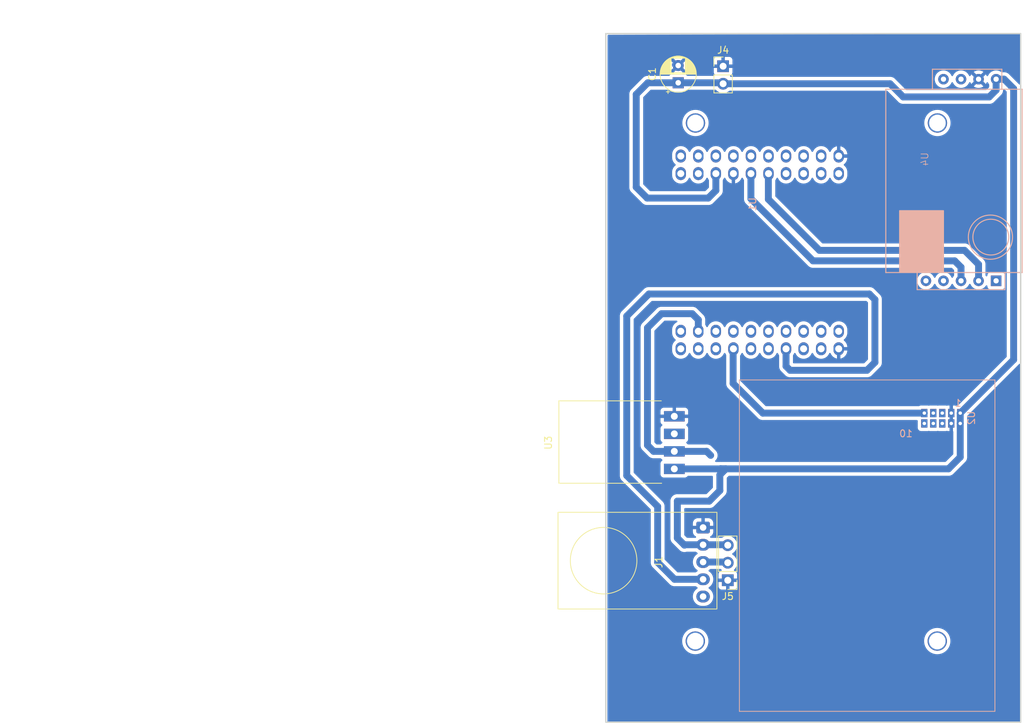
<source format=kicad_pcb>
(kicad_pcb (version 20221018) (generator pcbnew)
  (layers (0 "F.Cu" signal) (31 "B.Cu" signal) (34 "B.Paste" user) (35 "F.Paste" user) (36 "B.SilkS" user "B.Silkscreen") (37 "F.SilkS" user "F.Silkscreen") (38 "B.Mask" user) (39 "F.Mask" user) (44 "Edge.Cuts" user))
  (net 0 "")
  (net 1 "GND")
  (net 2 "VCC")
  (net 3 "/GAIN")
  (net 18 "/IO13")
  (net 21 "/IO17")
  (net 24 "/IO16")
  (net 42 "/IO14")
  (net 49 "/MIC")
  (footprint "OwnLib:mic_max9814" (layer "F.Cu") (at 117.475862 111.001681)
    (fp_text reference "J1" (at 1.2 -3 90 unlocked) (layer "F.SilkS"))
    (fp_text value "Mic_max9814_x05_Pin")
    (fp_rect (start 9.6 -10.2) (end -13.4 3.8) (stroke (width 0.12)) (fill none) (layer "F.SilkS"))
    (fp_circle (center -6.8 -3.2) (end -2 -2.8) (stroke (width 0.12)) (fill none) (layer "F.SilkS"))
    (pad "1" thru_hole roundrect (at 7.6 -8 270) (size 1.7 1.95) (drill 0.95) (layers "*.Cu" "*.Mask") (roundrect_rratio 0.1470588235) (net 1 "GND"))
    (pad "2" thru_hole oval (at 7.6 -5.5 270) (size 1.7 1.95) (drill 0.95) (layers "*.Cu" "*.Mask") (net 2 "VCC"))
    (pad "3" thru_hole oval (at 7.6 -3 270) (size 1.7 1.95) (drill 0.95) (layers "*.Cu" "*.Mask") (net 3 "/GAIN"))
    (pad "4" thru_hole oval (at 7.6 -0.5 270) (size 1.7 1.95) (drill 0.95) (layers "*.Cu" "*.Mask") (net 49 "/MIC"))
    (pad "5" thru_hole oval (at 7.6 2 270) (size 1.7 1.95) (drill 0.95) (layers "*.Cu" "*.Mask"))
  )
  (footprint "Capacitor_THT:CP_Radial_D5.0mm_P2.50mm" (layer "F.Cu") (at 121.475862 38.576681 90)
    (fp_text reference "C1" (at 1.25 -3.75 90) (layer "F.SilkS"))
    (fp_text value "C_Polarized_US" hide)
    (fp_line (start -1.554775 -1.475) (end -1.054775 -1.475) (stroke (width 0.12)) (layer "F.SilkS"))
    (fp_line (start -1.304775 -1.725) (end -1.304775 -1.225) (stroke (width 0.12)) (layer "F.SilkS"))
    (fp_line (start 1.25 -2.58) (end 1.25 2.58) (stroke (width 0.12)) (layer "F.SilkS"))
    (fp_line (start 1.29 -2.58) (end 1.29 2.58) (stroke (width 0.12)) (layer "F.SilkS"))
    (fp_line (start 1.33 -2.579) (end 1.33 2.579) (stroke (width 0.12)) (layer "F.SilkS"))
    (fp_line (start 1.37 -2.578) (end 1.37 2.578) (stroke (width 0.12)) (layer "F.SilkS"))
    (fp_line (start 1.41 -2.576) (end 1.41 2.576) (stroke (width 0.12)) (layer "F.SilkS"))
    (fp_line (start 1.45 -2.573) (end 1.45 2.573) (stroke (width 0.12)) (layer "F.SilkS"))
    (fp_line (start 1.49 -2.569) (end 1.49 -1.04) (stroke (width 0.12)) (layer "F.SilkS"))
    (fp_line (start 1.49 1.04) (end 1.49 2.569) (stroke (width 0.12)) (layer "F.SilkS"))
    (fp_line (start 1.53 -2.565) (end 1.53 -1.04) (stroke (width 0.12)) (layer "F.SilkS"))
    (fp_line (start 1.53 1.04) (end 1.53 2.565) (stroke (width 0.12)) (layer "F.SilkS"))
    (fp_line (start 1.57 -2.561) (end 1.57 -1.04) (stroke (width 0.12)) (layer "F.SilkS"))
    (fp_line (start 1.57 1.04) (end 1.57 2.561) (stroke (width 0.12)) (layer "F.SilkS"))
    (fp_line (start 1.61 -2.556) (end 1.61 -1.04) (stroke (width 0.12)) (layer "F.SilkS"))
    (fp_line (start 1.61 1.04) (end 1.61 2.556) (stroke (width 0.12)) (layer "F.SilkS"))
    (fp_line (start 1.65 -2.55) (end 1.65 -1.04) (stroke (width 0.12)) (layer "F.SilkS"))
    (fp_line (start 1.65 1.04) (end 1.65 2.55) (stroke (width 0.12)) (layer "F.SilkS"))
    (fp_line (start 1.69 -2.543) (end 1.69 -1.04) (stroke (width 0.12)) (layer "F.SilkS"))
    (fp_line (start 1.69 1.04) (end 1.69 2.543) (stroke (width 0.12)) (layer "F.SilkS"))
    (fp_line (start 1.73 -2.536) (end 1.73 -1.04) (stroke (width 0.12)) (layer "F.SilkS"))
    (fp_line (start 1.73 1.04) (end 1.73 2.536) (stroke (width 0.12)) (layer "F.SilkS"))
    (fp_line (start 1.77 -2.528) (end 1.77 -1.04) (stroke (width 0.12)) (layer "F.SilkS"))
    (fp_line (start 1.77 1.04) (end 1.77 2.528) (stroke (width 0.12)) (layer "F.SilkS"))
    (fp_line (start 1.81 -2.52) (end 1.81 -1.04) (stroke (width 0.12)) (layer "F.SilkS"))
    (fp_line (start 1.81 1.04) (end 1.81 2.52) (stroke (width 0.12)) (layer "F.SilkS"))
    (fp_line (start 1.85 -2.511) (end 1.85 -1.04) (stroke (width 0.12)) (layer "F.SilkS"))
    (fp_line (start 1.85 1.04) (end 1.85 2.511) (stroke (width 0.12)) (layer "F.SilkS"))
    (fp_line (start 1.89 -2.501) (end 1.89 -1.04) (stroke (width 0.12)) (layer "F.SilkS"))
    (fp_line (start 1.89 1.04) (end 1.89 2.501) (stroke (width 0.12)) (layer "F.SilkS"))
    (fp_line (start 1.93 -2.491) (end 1.93 -1.04) (stroke (width 0.12)) (layer "F.SilkS"))
    (fp_line (start 1.93 1.04) (end 1.93 2.491) (stroke (width 0.12)) (layer "F.SilkS"))
    (fp_line (start 1.971 -2.48) (end 1.971 -1.04) (stroke (width 0.12)) (layer "F.SilkS"))
    (fp_line (start 1.971 1.04) (end 1.971 2.48) (stroke (width 0.12)) (layer "F.SilkS"))
    (fp_line (start 2.011 -2.468) (end 2.011 -1.04) (stroke (width 0.12)) (layer "F.SilkS"))
    (fp_line (start 2.011 1.04) (end 2.011 2.468) (stroke (width 0.12)) (layer "F.SilkS"))
    (fp_line (start 2.051 -2.455) (end 2.051 -1.04) (stroke (width 0.12)) (layer "F.SilkS"))
    (fp_line (start 2.051 1.04) (end 2.051 2.455) (stroke (width 0.12)) (layer "F.SilkS"))
    (fp_line (start 2.091 -2.442) (end 2.091 -1.04) (stroke (width 0.12)) (layer "F.SilkS"))
    (fp_line (start 2.091 1.04) (end 2.091 2.442) (stroke (width 0.12)) (layer "F.SilkS"))
    (fp_line (start 2.131 -2.428) (end 2.131 -1.04) (stroke (width 0.12)) (layer "F.SilkS"))
    (fp_line (start 2.131 1.04) (end 2.131 2.428) (stroke (width 0.12)) (layer "F.SilkS"))
    (fp_line (start 2.171 -2.414) (end 2.171 -1.04) (stroke (width 0.12)) (layer "F.SilkS"))
    (fp_line (start 2.171 1.04) (end 2.171 2.414) (stroke (width 0.12)) (layer "F.SilkS"))
    (fp_line (start 2.211 -2.398) (end 2.211 -1.04) (stroke (width 0.12)) (layer "F.SilkS"))
    (fp_line (start 2.211 1.04) (end 2.211 2.398) (stroke (width 0.12)) (layer "F.SilkS"))
    (fp_line (start 2.251 -2.382) (end 2.251 -1.04) (stroke (width 0.12)) (layer "F.SilkS"))
    (fp_line (start 2.251 1.04) (end 2.251 2.382) (stroke (width 0.12)) (layer "F.SilkS"))
    (fp_line (start 2.291 -2.365) (end 2.291 -1.04) (stroke (width 0.12)) (layer "F.SilkS"))
    (fp_line (start 2.291 1.04) (end 2.291 2.365) (stroke (width 0.12)) (layer "F.SilkS"))
    (fp_line (start 2.331 -2.348) (end 2.331 -1.04) (stroke (width 0.12)) (layer "F.SilkS"))
    (fp_line (start 2.331 1.04) (end 2.331 2.348) (stroke (width 0.12)) (layer "F.SilkS"))
    (fp_line (start 2.371 -2.329) (end 2.371 -1.04) (stroke (width 0.12)) (layer "F.SilkS"))
    (fp_line (start 2.371 1.04) (end 2.371 2.329) (stroke (width 0.12)) (layer "F.SilkS"))
    (fp_line (start 2.411 -2.31) (end 2.411 -1.04) (stroke (width 0.12)) (layer "F.SilkS"))
    (fp_line (start 2.411 1.04) (end 2.411 2.31) (stroke (width 0.12)) (layer "F.SilkS"))
    (fp_line (start 2.451 -2.29) (end 2.451 -1.04) (stroke (width 0.12)) (layer "F.SilkS"))
    (fp_line (start 2.451 1.04) (end 2.451 2.29) (stroke (width 0.12)) (layer "F.SilkS"))
    (fp_line (start 2.491 -2.268) (end 2.491 -1.04) (stroke (width 0.12)) (layer "F.SilkS"))
    (fp_line (start 2.491 1.04) (end 2.491 2.268) (stroke (width 0.12)) (layer "F.SilkS"))
    (fp_line (start 2.531 -2.247) (end 2.531 -1.04) (stroke (width 0.12)) (layer "F.SilkS"))
    (fp_line (start 2.531 1.04) (end 2.531 2.247) (stroke (width 0.12)) (layer "F.SilkS"))
    (fp_line (start 2.571 -2.224) (end 2.571 -1.04) (stroke (width 0.12)) (layer "F.SilkS"))
    (fp_line (start 2.571 1.04) (end 2.571 2.224) (stroke (width 0.12)) (layer "F.SilkS"))
    (fp_line (start 2.611 -2.2) (end 2.611 -1.04) (stroke (width 0.12)) (layer "F.SilkS"))
    (fp_line (start 2.611 1.04) (end 2.611 2.2) (stroke (width 0.12)) (layer "F.SilkS"))
    (fp_line (start 2.651 -2.175) (end 2.651 -1.04) (stroke (width 0.12)) (layer "F.SilkS"))
    (fp_line (start 2.651 1.04) (end 2.651 2.175) (stroke (width 0.12)) (layer "F.SilkS"))
    (fp_line (start 2.691 -2.149) (end 2.691 -1.04) (stroke (width 0.12)) (layer "F.SilkS"))
    (fp_line (start 2.691 1.04) (end 2.691 2.149) (stroke (width 0.12)) (layer "F.SilkS"))
    (fp_line (start 2.731 -2.122) (end 2.731 -1.04) (stroke (width 0.12)) (layer "F.SilkS"))
    (fp_line (start 2.731 1.04) (end 2.731 2.122) (stroke (width 0.12)) (layer "F.SilkS"))
    (fp_line (start 2.771 -2.095) (end 2.771 -1.04) (stroke (width 0.12)) (layer "F.SilkS"))
    (fp_line (start 2.771 1.04) (end 2.771 2.095) (stroke (width 0.12)) (layer "F.SilkS"))
    (fp_line (start 2.811 -2.065) (end 2.811 -1.04) (stroke (width 0.12)) (layer "F.SilkS"))
    (fp_line (start 2.811 1.04) (end 2.811 2.065) (stroke (width 0.12)) (layer "F.SilkS"))
    (fp_line (start 2.851 -2.035) (end 2.851 -1.04) (stroke (width 0.12)) (layer "F.SilkS"))
    (fp_line (start 2.851 1.04) (end 2.851 2.035) (stroke (width 0.12)) (layer "F.SilkS"))
    (fp_line (start 2.891 -2.004) (end 2.891 -1.04) (stroke (width 0.12)) (layer "F.SilkS"))
    (fp_line (start 2.891 1.04) (end 2.891 2.004) (stroke (width 0.12)) (layer "F.SilkS"))
    (fp_line (start 2.931 -1.971) (end 2.931 -1.04) (stroke (width 0.12)) (layer "F.SilkS"))
    (fp_line (start 2.931 1.04) (end 2.931 1.971) (stroke (width 0.12)) (layer "F.SilkS"))
    (fp_line (start 2.971 -1.937) (end 2.971 -1.04) (stroke (width 0.12)) (layer "F.SilkS"))
    (fp_line (start 2.971 1.04) (end 2.971 1.937) (stroke (width 0.12)) (layer "F.SilkS"))
    (fp_line (start 3.011 -1.901) (end 3.011 -1.04) (stroke (width 0.12)) (layer "F.SilkS"))
    (fp_line (start 3.011 1.04) (end 3.011 1.901) (stroke (width 0.12)) (layer "F.SilkS"))
    (fp_line (start 3.051 -1.864) (end 3.051 -1.04) (stroke (width 0.12)) (layer "F.SilkS"))
    (fp_line (start 3.051 1.04) (end 3.051 1.864) (stroke (width 0.12)) (layer "F.SilkS"))
    (fp_line (start 3.091 -1.826) (end 3.091 -1.04) (stroke (width 0.12)) (layer "F.SilkS"))
    (fp_line (start 3.091 1.04) (end 3.091 1.826) (stroke (width 0.12)) (layer "F.SilkS"))
    (fp_line (start 3.131 -1.785) (end 3.131 -1.04) (stroke (width 0.12)) (layer "F.SilkS"))
    (fp_line (start 3.131 1.04) (end 3.131 1.785) (stroke (width 0.12)) (layer "F.SilkS"))
    (fp_line (start 3.171 -1.743) (end 3.171 -1.04) (stroke (width 0.12)) (layer "F.SilkS"))
    (fp_line (start 3.171 1.04) (end 3.171 1.743) (stroke (width 0.12)) (layer "F.SilkS"))
    (fp_line (start 3.211 -1.699) (end 3.211 -1.04) (stroke (width 0.12)) (layer "F.SilkS"))
    (fp_line (start 3.211 1.04) (end 3.211 1.699) (stroke (width 0.12)) (layer "F.SilkS"))
    (fp_line (start 3.251 -1.653) (end 3.251 -1.04) (stroke (width 0.12)) (layer "F.SilkS"))
    (fp_line (start 3.251 1.04) (end 3.251 1.653) (stroke (width 0.12)) (layer "F.SilkS"))
    (fp_line (start 3.291 -1.605) (end 3.291 -1.04) (stroke (width 0.12)) (layer "F.SilkS"))
    (fp_line (start 3.291 1.04) (end 3.291 1.605) (stroke (width 0.12)) (layer "F.SilkS"))
    (fp_line (start 3.331 -1.554) (end 3.331 -1.04) (stroke (width 0.12)) (layer "F.SilkS"))
    (fp_line (start 3.331 1.04) (end 3.331 1.554) (stroke (width 0.12)) (layer "F.SilkS"))
    (fp_line (start 3.371 -1.5) (end 3.371 -1.04) (stroke (width 0.12)) (layer "F.SilkS"))
    (fp_line (start 3.371 1.04) (end 3.371 1.5) (stroke (width 0.12)) (layer "F.SilkS"))
    (fp_line (start 3.411 -1.443) (end 3.411 -1.04) (stroke (width 0.12)) (layer "F.SilkS"))
    (fp_line (start 3.411 1.04) (end 3.411 1.443) (stroke (width 0.12)) (layer "F.SilkS"))
    (fp_line (start 3.451 -1.383) (end 3.451 -1.04) (stroke (width 0.12)) (layer "F.SilkS"))
    (fp_line (start 3.451 1.04) (end 3.451 1.383) (stroke (width 0.12)) (layer "F.SilkS"))
    (fp_line (start 3.491 -1.319) (end 3.491 -1.04) (stroke (width 0.12)) (layer "F.SilkS"))
    (fp_line (start 3.491 1.04) (end 3.491 1.319) (stroke (width 0.12)) (layer "F.SilkS"))
    (fp_line (start 3.531 -1.251) (end 3.531 -1.04) (stroke (width 0.12)) (layer "F.SilkS"))
    (fp_line (start 3.531 1.04) (end 3.531 1.251) (stroke (width 0.12)) (layer "F.SilkS"))
    (fp_line (start 3.571 -1.178) (end 3.571 1.178) (stroke (width 0.12)) (layer "F.SilkS"))
    (fp_line (start 3.611 -1.098) (end 3.611 1.098) (stroke (width 0.12)) (layer "F.SilkS"))
    (fp_line (start 3.651 -1.011) (end 3.651 1.011) (stroke (width 0.12)) (layer "F.SilkS"))
    (fp_line (start 3.691 -0.915) (end 3.691 0.915) (stroke (width 0.12)) (layer "F.SilkS"))
    (fp_line (start 3.731 -0.805) (end 3.731 0.805) (stroke (width 0.12)) (layer "F.SilkS"))
    (fp_line (start 3.771 -0.677) (end 3.771 0.677) (stroke (width 0.12)) (layer "F.SilkS"))
    (fp_line (start 3.811 -0.518) (end 3.811 0.518) (stroke (width 0.12)) (layer "F.SilkS"))
    (fp_line (start 3.851 -0.284) (end 3.851 0.284) (stroke (width 0.12)) (layer "F.SilkS"))
    (fp_circle (center 1.25 0) (end 3.87 0) (stroke (width 0.12)) (fill none) (layer "F.SilkS"))
    (pad "1" thru_hole rect (at 0 0 90) (size 1.6 1.6) (drill 0.8) (layers "*.Cu" "*.Mask") (net 2 "VCC"))
    (pad "2" thru_hole circle (at 2.5 0 90) (size 1.6 1.6) (drill 0.8) (layers "*.Cu" "*.Mask") (net 1 "GND"))
  )
  (footprint "OwnLib:DHT11_through_hole" (layer "F.Cu") (at 113.850862 90.851681 90)
    (fp_text reference "U3" (at 0.127 -11.176 90) (layer "F.SilkS"))
    (fp_text value "DHT11")
    (fp_line (start -5.7404 5.2324) (end -5.7404 -9.6012) (stroke (width 0.12)) (layer "F.SilkS"))
    (fp_line (start 6.1976 -9.652) (end -5.7404 -9.652) (stroke (width 0.12)) (layer "F.SilkS"))
    (fp_line (start 6.1976 5.1816) (end 6.1976 -9.652) (stroke (width 0.12)) (layer "F.SilkS"))
    (pad "1" thru_hole rect (at -3.6576 7.0612 270) (size 1.5 3) (drill 1) (layers "*.Cu" "*.Mask") (net 2 "VCC"))
    (pad "2" thru_hole rect (at -1.1176 7.0612 270) (size 1.5 3) (drill 1) (layers "*.Cu" "*.Mask") (net 18 "/IO13"))
    (pad "3" thru_hole rect (at 1.4224 7.0612 270) (size 1.5 3) (drill 1) (layers "*.Cu" "*.Mask"))
    (pad "4" thru_hole rect (at 3.9624 7.0612 270) (size 1.5 3) (drill 1) (layers "*.Cu" "*.Mask") (net 1 "GND"))
  )
  (footprint "Connector_PinHeader_2.54mm:PinHeader_1x03_P2.54mm_Vertical" (layer "F.Cu") (at 128.650862 110.641681 180)
    (fp_text reference "J5" (at 0 -2.33) (layer "F.SilkS"))
    (fp_text value "MicGain_Jumper")
    (fp_line (start -1.33 -1.33) (end 0 -1.33) (stroke (width 0.12)) (layer "F.SilkS"))
    (fp_line (start -1.33 0) (end -1.33 -1.33) (stroke (width 0.12)) (layer "F.SilkS"))
    (fp_line (start -1.33 1.27) (end -1.33 6.41) (stroke (width 0.12)) (layer "F.SilkS"))
    (fp_line (start -1.33 1.27) (end 1.33 1.27) (stroke (width 0.12)) (layer "F.SilkS"))
    (fp_line (start -1.33 6.41) (end 1.33 6.41) (stroke (width 0.12)) (layer "F.SilkS"))
    (fp_line (start 1.33 1.27) (end 1.33 6.41) (stroke (width 0.12)) (layer "F.SilkS"))
    (pad "1" thru_hole rect (at 0 0 180) (size 1.7 1.7) (drill 1) (layers "*.Cu" "*.Mask") (net 1 "GND"))
    (pad "2" thru_hole oval (at 0 2.54 180) (size 1.7 1.7) (drill 1) (layers "*.Cu" "*.Mask") (net 3 "/GAIN"))
    (pad "3" thru_hole oval (at 0 5.08 180) (size 1.7 1.7) (drill 1) (layers "*.Cu" "*.Mask") (net 2 "VCC"))
  )
  (footprint "Connector_PinHeader_2.54mm:PinHeader_1x02_P2.54mm_Vertical" (layer "F.Cu") (at 127.975862 36.176681)
    (fp_text reference "J4" (at 0 -2.33) (layer "F.SilkS"))
    (fp_text value "Power_input" hide)
    (fp_line (start -1.33 -1.33) (end 0 -1.33) (stroke (width 0.12)) (layer "F.SilkS"))
    (fp_line (start -1.33 0) (end -1.33 -1.33) (stroke (width 0.12)) (layer "F.SilkS"))
    (fp_line (start -1.33 1.27) (end -1.33 3.87) (stroke (width 0.12)) (layer "F.SilkS"))
    (fp_line (start -1.33 1.27) (end 1.33 1.27) (stroke (width 0.12)) (layer "F.SilkS"))
    (fp_line (start -1.33 3.87) (end 1.33 3.87) (stroke (width 0.12)) (layer "F.SilkS"))
    (fp_line (start 1.33 1.27) (end 1.33 3.87) (stroke (width 0.12)) (layer "F.SilkS"))
    (pad "1" thru_hole rect (at 0 0) (size 1.7 1.7) (drill 1) (layers "*.Cu" "*.Mask") (net 1 "GND"))
    (pad "2" thru_hole oval (at 0 2.54) (size 1.7 1.7) (drill 1) (layers "*.Cu" "*.Mask") (net 2 "VCC"))
  )
  (footprint "OwnLib:PMS7003" (layer "B.Cu") (at 159.379862 87.128281 180)
    (fp_text reference "U2" (at -4.54 0 90) (layer "B.SilkS") (effects (justify mirror)))
    (fp_text value "PMS7003")
    (fp_text user "1" (at -2.6162 2.1336) (layer "B.SilkS") (effects (justify mirror)))
    (fp_text user "10" (at 4.9403 -2.2733) (layer "B.SilkS") (effects (justify mirror)))
    (fp_line (start -7.94 -42.4848) (end -7.94 5.5085) (stroke (width 0.12)) (layer "B.SilkS"))
    (fp_line (start -7.9389 -42.5) (end 29.0484 -42.4975) (stroke (width 0.12)) (layer "B.SilkS"))
    (fp_line (start -7.9389 5.5025) (end 29.0562 5.5025) (stroke (width 0.12)) (layer "B.SilkS"))
    (fp_line (start 29.0484 -42.4975) (end 29.0484 5.5085) (stroke (width 0.12)) (layer "B.SilkS"))
    (pad "1" thru_hole rect (at -2.921 0.7016 180) (size 0.9 1.2) (drill 0.5) (layers "*.Cu" "*.Mask") (net 2 "VCC"))
    (pad "2" thru_hole rect (at -2.921 -0.7984 180) (size 0.9 1.2) (drill 0.5) (layers "*.Cu" "*.Mask") (net 2 "VCC"))
    (pad "3" thru_hole rect (at -1.621 0.7016 180) (size 0.9 1.2) (drill 0.5) (layers "*.Cu" "*.Mask") (net 1 "GND"))
    (pad "4" thru_hole rect (at -1.621 -0.7984 180) (size 0.9 1.2) (drill 0.5) (layers "*.Cu" "*.Mask") (net 1 "GND"))
    (pad "5" thru_hole rect (at -0.321 0.7016 180) (size 0.9 1.2) (drill 0.5) (layers "*.Cu" "*.Mask"))
    (pad "6" thru_hole rect (at -0.321 -0.7984 180) (size 0.9 1.2) (drill 0.5) (layers "*.Cu" "*.Mask"))
    (pad "7" thru_hole rect (at 0.979 0.7016 180) (size 0.9 1.2) (drill 0.5) (layers "*.Cu" "*.Mask"))
    (pad "8" thru_hole rect (at 0.979 -0.7984 180) (size 0.9 1.2) (drill 0.5) (layers "*.Cu" "*.Mask"))
    (pad "9" thru_hole rect (at 2.279 0.7016 180) (size 0.9 1.2) (drill 0.5) (layers "*.Cu" "*.Mask") (net 42 "/IO14"))
    (pad "10" thru_hole rect (at 2.279 -0.7984 180) (size 0.9 1.2) (drill 0.5) (layers "*.Cu" "*.Mask"))
  )
  (footprint "OwnLib:TTGO-32-MINI_NOBORDER" (layer "B.Cu") (at 124.220762 56.131281 90)
    (fp_text reference "U1" (at -0.0508 8.0264 90) (layer "B.SilkS") (effects (justify mirror)))
    (fp_text value "TTGO-32-MINI")
    (pad "1" thru_hole oval (at -20.9804 20.4851 180) (size 1.5 1.8796) (drill 1.016) (layers "*.Cu" "*.Mask") (net 1 "GND"))
    (pad "2" thru_hole oval (at -18.4404 20.4851 180) (size 1.5 1.8796) (drill 1.016) (layers "*.Cu" "*.Mask"))
    (pad "3" thru_hole oval (at -20.9804 17.9451 180) (size 1.5 1.8796) (drill 1.016) (layers "*.Cu" "*.Mask"))
    (pad "4" thru_hole oval (at -18.4404 17.9451 180) (size 1.5 1.8796) (drill 1.016) (layers "*.Cu" "*.Mask"))
    (pad "5" thru_hole oval (at -20.9804 15.4051 180) (size 1.5 1.8796) (drill 1.016) (layers "*.Cu" "*.Mask"))
    (pad "6" thru_hole oval (at -18.4404 15.4051 180) (size 1.5 1.8796) (drill 1.016) (layers "*.Cu" "*.Mask"))
    (pad "7" thru_hole oval (at -20.9804 12.8651 180) (size 1.5 1.8796) (drill 1.016) (layers "*.Cu" "*.Mask") (net 49 "/MIC"))
    (pad "8" thru_hole oval (at -18.4404 12.8651 180) (size 1.5 1.8796) (drill 1.016) (layers "*.Cu" "*.Mask"))
    (pad "9" thru_hole oval (at -20.9804 10.3251 180) (size 1.5 1.8796) (drill 1.016) (layers "*.Cu" "*.Mask"))
    (pad "10" thru_hole oval (at -18.4404 10.3251 180) (size 1.5 1.8796) (drill 1.016) (layers "*.Cu" "*.Mask"))
    (pad "11" thru_hole oval (at -20.9804 7.7851 180) (size 1.5 1.8796) (drill 1.016) (layers "*.Cu" "*.Mask"))
    (pad "12" thru_hole oval (at -18.4404 7.7851 180) (size 1.5 1.8796) (drill 1.016) (layers "*.Cu" "*.Mask"))
    (pad "13" thru_hole oval (at -20.9804 5.2451 180) (size 1.5 1.8796) (drill 1.016) (layers "*.Cu" "*.Mask") (net 42 "/IO14"))
    (pad "14" thru_hole oval (at -18.4404 5.2451 180) (size 1.5 1.8796) (drill 1.016) (layers "*.Cu" "*.Mask"))
    (pad "15" thru_hole oval (at -20.9804 2.7051 180) (size 1.5 1.8796) (drill 1.016) (layers "*.Cu" "*.Mask"))
    (pad "16" thru_hole oval (at -18.4404 2.7051 180) (size 1.5 1.8796) (drill 1.016) (layers "*.Cu" "*.Mask"))
    (pad "17" thru_hole oval (at -20.9804 0.1651 180) (size 1.5 1.8796) (drill 1.016) (layers "*.Cu" "*.Mask"))
    (pad "18" thru_hole oval (at -18.4404 0.1651 180) (size 1.5 1.8796) (drill 1.016) (layers "*.Cu" "*.Mask") (net 18 "/IO13"))
    (pad "19" thru_hole oval (at -20.9804 -2.3749 180) (size 1.5 1.8796) (drill 1.016) (layers "*.Cu" "*.Mask"))
    (pad "20" thru_hole oval (at -18.4404 -2.3749 180) (size 1.5 1.8796) (drill 1.016) (layers "*.Cu" "*.Mask"))
    (pad "21" thru_hole oval (at 4.3996 20.4851 180) (size 1.5 1.8796) (drill 1.016) (layers "*.Cu" "*.Mask"))
    (pad "22" thru_hole oval (at 6.9396 20.4851 180) (size 1.5 1.8796) (drill 1.016) (layers "*.Cu" "*.Mask") (net 1 "GND"))
    (pad "23" thru_hole oval (at 4.3996 17.9451 180) (size 1.5 1.8796) (drill 1.016) (layers "*.Cu" "*.Mask"))
    (pad "24" thru_hole oval (at 6.9396 17.9451 180) (size 1.5 1.8796) (drill 1.016) (layers "*.Cu" "*.Mask"))
    (pad "25" thru_hole oval (at 4.3996 15.4051 180) (size 1.5 1.8796) (drill 1.016) (layers "*.Cu" "*.Mask"))
    (pad "26" thru_hole oval (at 6.9396 15.4051 180) (size 1.5 1.8796) (drill 1.016) (layers "*.Cu" "*.Mask"))
    (pad "27" thru_hole oval (at 4.3996 12.8651 180) (size 1.5 1.8796) (drill 1.016) (layers "*.Cu" "*.Mask"))
    (pad "28" thru_hole oval (at 6.9396 12.8651 180) (size 1.5 1.8796) (drill 1.016) (layers "*.Cu" "*.Mask"))
    (pad "29" thru_hole oval (at 4.3996 10.3251 180) (size 1.5 1.8796) (drill 1.016) (layers "*.Cu" "*.Mask") (net 24 "/IO16"))
    (pad "30" thru_hole oval (at 6.9396 10.3251 180) (size 1.5 1.8796) (drill 1.016) (layers "*.Cu" "*.Mask"))
    (pad "31" thru_hole oval (at 4.3996 7.7851 180) (size 1.5 1.8796) (drill 1.016) (layers "*.Cu" "*.Mask") (net 21 "/IO17"))
    (pad "32" thru_hole oval (at 6.9396 7.7851 180) (size 1.5 1.8796) (drill 1.016) (layers "*.Cu" "*.Mask"))
    (pad "33" thru_hole oval (at 4.3996 5.2451 180) (size 1.5 1.8796) (drill 1.016) (layers "*.Cu" "*.Mask") (net 1 "GND"))
    (pad "34" thru_hole oval (at 6.9396 5.2451 180) (size 1.5 1.8796) (drill 1.016) (layers "*.Cu" "*.Mask"))
    (pad "35" thru_hole oval (at 4.3996 2.7051 180) (size 1.5 1.8796) (drill 1.016) (layers "*.Cu" "*.Mask") (net 2 "VCC"))
    (pad "36" thru_hole oval (at 6.9396 2.7051 180) (size 1.5 1.8796) (drill 1.016) (layers "*.Cu" "*.Mask"))
    (pad "37" thru_hole oval (at 4.3996 0.1651 180) (size 1.5 1.8796) (drill 1.016) (layers "*.Cu" "*.Mask"))
    (pad "38" thru_hole oval (at 6.9396 0.1651 180) (size 1.5 1.8796) (drill 1.016) (layers "*.Cu" "*.Mask"))
    (pad "39" thru_hole oval (at 4.3996 -2.3749 180) (size 1.5 1.8796) (drill 1.016) (layers "*.Cu" "*.Mask"))
    (pad "40" thru_hole oval (at 6.9396 -2.3749 180) (size 1.5 1.8796) (drill 1.016) (layers "*.Cu" "*.Mask"))
  )
  (footprint "OwnLib:MH-Z19C" (layer "B.Cu") (at 157.661462 49.655781 -90)
    (fp_text reference "U4" (at 0 0.5 90 unlocked) (layer "B.SilkS") (effects (font (thickness 0.1)) (justify mirror)))
    (fp_text value "MH-Z19C")
    (fp_line (start -13.0416 -10.6644) (end -10.1416 -10.6644) (stroke (width 0.15)) (layer "B.SilkS"))
    (fp_line (start -13.0416 -0.6144) (end -13.0416 -10.6644) (stroke (width 0.15)) (layer "B.SilkS"))
    (fp_line (start -10.1416 -13.6144) (end 16.4084 -13.6144) (stroke (width 0.15)) (layer "B.SilkS"))
    (fp_line (start -10.1416 -0.6144) (end -13.0416 -0.6144) (stroke (width 0.15)) (layer "B.SilkS"))
    (fp_line (start -10.1416 6.1356) (end -10.1416 -13.6144) (stroke (width 0.15)) (layer "B.SilkS"))
    (fp_line (start 16.3384 1.5956) (end 18.8784 1.5956) (stroke (width 0.15)) (layer "B.SilkS"))
    (fp_line (start 16.4084 6.1356) (end -10.1416 6.1356) (stroke (width 0.15)) (layer "B.SilkS"))
    (fp_line (start 16.4084 6.1356) (end 16.4084 -13.6144) (stroke (width 0.15)) (layer "B.SilkS"))
    (fp_line (start 18.8784 -11.1044) (end 16.4034 -11.1044) (stroke (width 0.15)) (layer "B.SilkS"))
    (fp_line (start 18.8834 1.5956) (end 18.8834 -11.1044) (stroke (width 0.15)) (layer "B.SilkS"))
    (fp_circle (center 11.277744 -9.0644) (end 9.077744 -7.6894) (stroke (width 0.15)) (fill none) (layer "B.SilkS"))
    (fp_circle (center 11.2834 -9.0144) (end 8.1834 -8.2144) (stroke (width 0.15)) (fill none) (layer "B.SilkS"))
    (fp_poly (pts (xy 7.4484 4.1356) (xy 7.4484 -2.2144) (xy 16.3384 -2.2144) (xy 16.3384 4.1356)) (stroke (width 0.15)) (fill solid) (layer "B.SilkS"))
    (pad "1" thru_hole rect (at 17.6084 -9.8344 270) (size 1.524 1.524) (drill 0.762) (layers "*.Cu" "*.Mask"))
    (pad "2" thru_hole circle (at 17.6084 -7.2944 270) (size 1.524 1.524) (drill 0.762) (layers "*.Cu" "*.Mask") (net 24 "/IO16"))
    (pad "3" thru_hole circle (at 17.6084 -4.7544 270) (size 1.524 1.524) (drill 0.762) (layers "*.Cu" "*.Mask") (net 21 "/IO17"))
    (pad "4" thru_hole circle (at 17.6084 -2.2144 270) (size 1.524 1.524) (drill 0.762) (layers "*.Cu" "*.Mask"))
    (pad "5" thru_hole circle (at 17.6084 0.3256 270) (size 1.524 1.524) (drill 0.762) (layers "*.Cu" "*.Mask"))
    (pad "6" thru_hole circle (at -11.6016 -9.8344 270) (size 1.524 1.524) (drill 0.762) (layers "*.Cu" "*.Mask") (net 2 "VCC"))
    (pad "7" thru_hole circle (at -11.6016 -7.2944 270) (size 1.524 1.524) (drill 0.762) (layers "*.Cu" "*.Mask") (net 1 "GND"))
    (pad "8" thru_hole circle (at -11.6016 -4.7544 270) (size 1.524 1.524) (drill 0.762) (layers "*.Cu" "*.Mask"))
    (pad "9" thru_hole circle (at -11.6016 -2.2144 270) (size 1.524 1.524) (drill 0.762) (layers "*.Cu" "*.Mask"))
  )
  (gr_rect (start 111.000862 31.451681) (end 171.050862 131.201681) (stroke (width 0.2)) (fill none) (layer "Edge.Cuts"))
  (via (at 158.975862 119.451681) (size 2.8) (drill 2.4) (layers "F.Cu" "B.Cu") (net 0))
  (via (at 123.950862 119.451681) (size 2.8) (drill 2.4) (layers "F.Cu" "B.Cu") (net 0))
  (via (at 123.975862 44.401681) (size 2.8) (drill 2.4) (layers "F.Cu" "B.Cu") (net 0))
  (via (at 159.000862 44.401681) (size 2.8) (drill 2.4) (layers "F.Cu" "B.Cu") (net 0))
  (segment (start 121.13575 35.911681) (end 121.075862 35.971569) (width 1) (layer "B.Cu") (net 1))
  (segment (start 154.050862 40.626681) (end 166.500862 40.626681) (width 1) (layer "B.Cu") (net 2))
  (segment (start 127.616062 94.501681) (end 127.608462 94.509281) (width 1) (layer "B.Cu") (net 2))
  (segment (start 127.608462 94.509281) (end 120.912062 94.509281) (width 1) (layer "B.Cu") (net 2))
  (segment (start 115.400862 40.251681) (end 117.075862 38.576681) (width 1) (layer "B.Cu") (net 2))
  (segment (start 125.975862 99.176681) (end 127.500862 97.651681) (width 1) (layer "B.Cu") (net 2))
  (segment (start 117.075862 38.576681) (end 121.475862 38.576681) (width 1) (layer "B.Cu") (net 2))
  (segment (start 122.375862 105.551681) (end 121.350862 104.526681) (width 1) (layer "B.Cu") (net 2))
  (segment (start 121.350862 104.526681) (end 121.350862 99.176681) (width 1) (layer "B.Cu") (net 2))
  (segment (start 127.500862 97.651681) (end 127.500862 95.376681) (width 1) (layer "B.Cu") (net 2))
  (segment (start 127.975862 38.716681) (end 152.140862 38.716681) (width 1) (layer "B.Cu") (net 2))
  (segment (start 122.425862 105.501681) (end 122.375862 105.551681) (width 1) (layer "B.Cu") (net 2))
  (segment (start 160.600862 94.501681) (end 127.616062 94.501681) (width 1) (layer "B.Cu") (net 2))
  (segment (start 126.925862 51.731681) (end 126.925862 54.176681) (width 1) (layer "B.Cu") (net 2))
  (segment (start 121.475862 38.576681) (end 127.835862 38.576681) (width 1) (layer "B.Cu") (net 2))
  (segment (start 126.925862 54.176681) (end 125.825862 55.276681) (width 1) (layer "B.Cu") (net 2))
  (segment (start 170.032862 39.433681) (end 168.653362 38.054181) (width 1) (layer "B.Cu") (net 2))
  (segment (start 115.400862 53.701681) (end 115.400862 40.251681) (width 1) (layer "B.Cu") (net 2))
  (segment (start 127.500862 95.376681) (end 128.368262 94.509281) (width 1) (layer "B.Cu") (net 2))
  (segment (start 125.075862 105.501681) (end 122.425862 105.501681) (width 1) (layer "B.Cu") (net 2))
  (segment (start 152.140862 38.716681) (end 154.050862 40.626681) (width 1) (layer "B.Cu") (net 2))
  (segment (start 162.300862 86.426681) (end 170.032862 78.694681) (width 1) (layer "B.Cu") (net 2))
  (segment (start 121.350862 99.176681) (end 125.975862 99.176681) (width 1) (layer "B.Cu") (net 2))
  (segment (start 128.368262 94.509281) (end 127.608462 94.509281) (width 1) (layer "B.Cu") (net 2))
  (segment (start 116.975862 55.276681) (end 115.400862 53.701681) (width 1) (layer "B.Cu") (net 2))
  (segment (start 125.075862 105.501681) (end 128.415862 105.501681) (width 1) (layer "B.Cu") (net 2))
  (segment (start 125.825862 55.276681) (end 116.975862 55.276681) (width 1) (layer "B.Cu") (net 2))
  (segment (start 162.300862 87.926681) (end 162.300862 92.801681) (width 1) (layer "B.Cu") (net 2))
  (segment (start 162.300862 86.426681) (end 162.300862 87.926681) (width 1) (layer "B.Cu") (net 2))
  (segment (start 168.653362 38.054181) (end 167.495862 38.054181) (width 1) (layer "B.Cu") (net 2))
  (segment (start 162.300862 92.801681) (end 160.600862 94.501681) (width 1) (layer "B.Cu") (net 2))
  (segment (start 128.415862 105.501681) (end 128.650862 105.736681) (width 1) (layer "B.Cu") (net 2))
  (segment (start 127.835862 38.576681) (end 127.975862 38.716681) (width 1) (layer "B.Cu") (net 2))
  (segment (start 167.495862 39.631681) (end 167.495862 38.054181) (width 1) (layer "B.Cu") (net 2))
  (segment (start 170.032862 78.694681) (end 170.032862 39.433681) (width 1) (layer "B.Cu") (net 2))
  (segment (start 166.500862 40.626681) (end 167.495862 39.631681) (width 1) (layer "B.Cu") (net 2))
  (segment (start 128.550862 108.001681) (end 128.650862 108.101681) (width 1) (layer "B.Cu") (net 3))
  (segment (start 125.075862 108.001681) (end 128.550862 108.001681) (width 1) (layer "B.Cu") (net 3))
  (segment (start 124.385862 72.911681) (end 123.500862 72.026681) (width 1) (layer "B.Cu") (net 18))
  (segment (start 123.500862 72.026681) (end 119.075862 72.026681) (width 1) (layer "B.Cu") (net 18))
  (segment (start 124.385862 74.571681) (end 124.385862 72.911681) (width 1) (layer "B.Cu") (net 18))
  (segment (start 126.175862 92.551681) (end 125.593462 91.969281) (width 1) (layer "B.Cu") (net 18))
  (segment (start 119.075862 72.026681) (end 117.025862 74.076681) (width 1) (layer "B.Cu") (net 18))
  (segment (start 117.025862 74.076681) (end 117.025862 91.076681) (width 1) (layer "B.Cu") (net 18))
  (segment (start 117.918462 91.969281) (end 120.912062 91.969281) (width 1) (layer "B.Cu") (net 18))
  (segment (start 117.025862 91.076681) (end 117.918462 91.969281) (width 1) (layer "B.Cu") (net 18))
  (segment (start 125.593462 91.969281) (end 120.912062 91.969281) (width 1) (layer "B.Cu") (net 18))
  (segment (start 141.000862 64.376681) (end 161.500862 64.376681) (width 1) (layer "B.Cu") (net 21))
  (segment (start 162.415862 65.291681) (end 162.415862 67.264181) (width 1) (layer "B.Cu") (net 21))
  (segment (start 132.005862 51.731681) (end 132.000862 51.736681) (width 1) (layer "B.Cu") (net 21))
  (segment (start 132.000862 51.736681) (end 132.000862 55.376681) (width 1) (layer "B.Cu") (net 21))
  (segment (start 161.500862 64.376681) (end 162.415862 65.291681) (width 1) (layer "B.Cu") (net 21))
  (segment (start 132.000862 55.376681) (end 141.000862 64.376681) (width 1) (layer "B.Cu") (net 21))
  (segment (start 164.955862 64.881681) (end 162.925862 62.851681) (width 1) (layer "B.Cu") (net 24))
  (segment (start 134.525862 51.751681) (end 134.545862 51.731681) (width 1) (layer "B.Cu") (net 24))
  (segment (start 141.925862 62.851681) (end 134.525862 55.451681) (width 1) (layer "B.Cu") (net 24))
  (segment (start 134.525862 55.451681) (end 134.525862 51.751681) (width 1) (layer "B.Cu") (net 24))
  (segment (start 162.925862 62.851681) (end 141.925862 62.851681) (width 1) (layer "B.Cu") (net 24))
  (segment (start 164.955862 67.264181) (end 164.955862 64.881681) (width 1) (layer "B.Cu") (net 24))
  (segment (start 129.425862 77.151681) (end 129.425862 82.126681) (width 1) (layer "B.Cu") (net 42))
  (segment (start 129.425862 82.126681) (end 133.725862 86.426681) (width 1) (layer "B.Cu") (net 42))
  (segment (start 133.725862 86.426681) (end 157.100862 86.426681) (width 1) (layer "B.Cu") (net 42))
  (segment (start 129.465862 77.111681) (end 129.425862 77.151681) (width 1) (layer "B.Cu") (net 42))
  (segment (start 149.950862 79.076681) (end 149.950862 69.976681) (width 1) (layer "B.Cu") (net 49))
  (segment (start 117.225862 69.176681) (end 114.025862 72.376681) (width 1) (layer "B.Cu") (net 49))
  (segment (start 148.800862 80.226681) (end 149.950862 79.076681) (width 1) (layer "B.Cu") (net 49))
  (segment (start 114.025862 72.376681) (end 114.025862 95.476681) (width 1) (layer "B.Cu") (net 49))
  (segment (start 137.085862 77.111681) (end 137.085862 79.636681) (width 1) (layer "B.Cu") (net 49))
  (segment (start 114.025862 95.476681) (end 118.500862 99.951681) (width 1) (layer "B.Cu") (net 49))
  (segment (start 149.950862 69.976681) (end 149.150862 69.176681) (width 1) (layer "B.Cu") (net 49))
  (segment (start 149.150862 69.176681) (end 117.225862 69.176681) (width 1) (layer "B.Cu") (net 49))
  (segment (start 118.500862 108.051681) (end 120.950862 110.501681) (width 1) (layer "B.Cu") (net 49))
  (segment (start 120.950862 110.501681) (end 125.075862 110.501681) (width 1) (layer "B.Cu") (net 49))
  (segment (start 137.675862 80.226681) (end 148.800862 80.226681) (width 1) (layer "B.Cu") (net 49))
  (segment (start 137.085862 79.636681) (end 137.675862 80.226681) (width 1) (layer "B.Cu") (net 49))
  (segment (start 118.500862 99.951681) (end 118.500862 108.051681) (width 1) (layer "B.Cu") (net 49))
  (zone (net 1) (net_name "GND") (layer "B.Cu") (connect_pads (clearance 0.5)) (min_thickness 0.25) (fill yes (thermal_gap 0.5) (thermal_bridge_width 0.5))
    (polygon (pts (xy 111.250862 31.626681) (xy 111.225862 131.351681) (xy 171.050862 131.176681) (xy 171.025862 31.451681)))
  )
)
</source>
